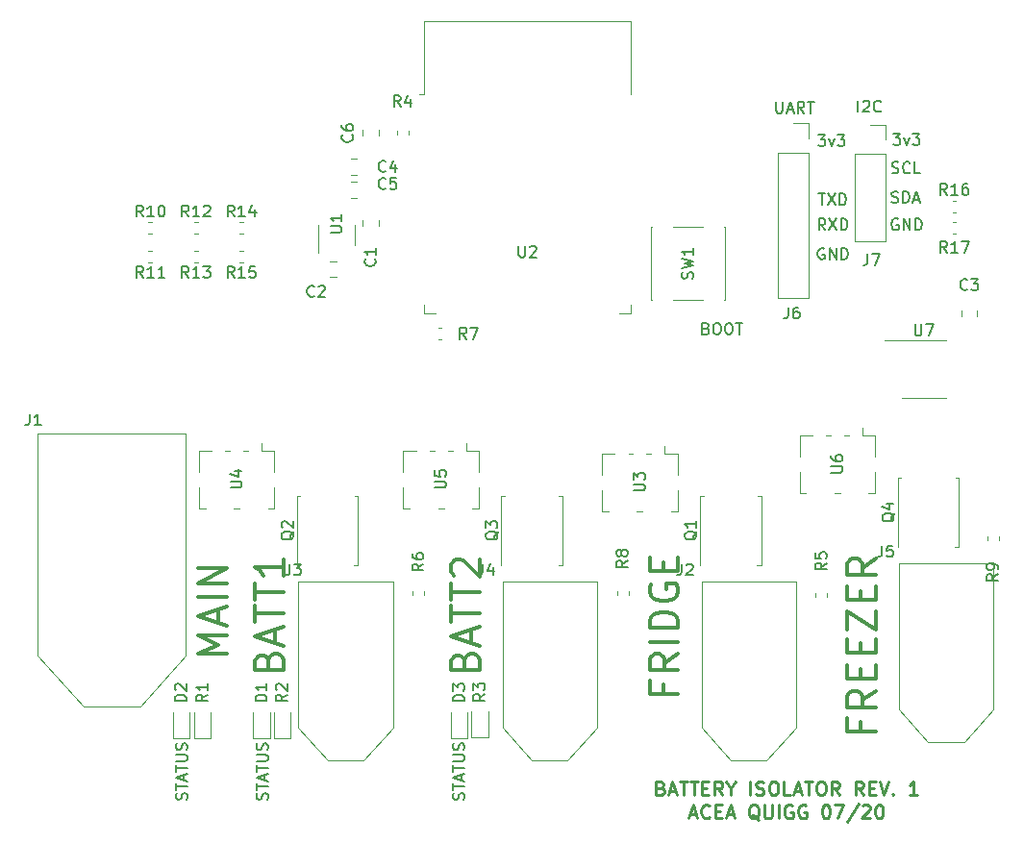
<source format=gbr>
G04 #@! TF.GenerationSoftware,KiCad,Pcbnew,(5.1.5-0-10_14)*
G04 #@! TF.CreationDate,2020-07-17T10:51:53+10:00*
G04 #@! TF.ProjectId,esp32_battery_isolator,65737033-325f-4626-9174-746572795f69,rev?*
G04 #@! TF.SameCoordinates,Original*
G04 #@! TF.FileFunction,Legend,Top*
G04 #@! TF.FilePolarity,Positive*
%FSLAX46Y46*%
G04 Gerber Fmt 4.6, Leading zero omitted, Abs format (unit mm)*
G04 Created by KiCad (PCBNEW (5.1.5-0-10_14)) date 2020-07-17 10:51:53*
%MOMM*%
%LPD*%
G04 APERTURE LIST*
%ADD10C,0.150000*%
%ADD11C,0.250000*%
%ADD12C,0.300000*%
%ADD13C,0.120000*%
G04 APERTURE END LIST*
D10*
X162342857Y-95728571D02*
X162485714Y-95776190D01*
X162533333Y-95823809D01*
X162580952Y-95919047D01*
X162580952Y-96061904D01*
X162533333Y-96157142D01*
X162485714Y-96204761D01*
X162390476Y-96252380D01*
X162009523Y-96252380D01*
X162009523Y-95252380D01*
X162342857Y-95252380D01*
X162438095Y-95300000D01*
X162485714Y-95347619D01*
X162533333Y-95442857D01*
X162533333Y-95538095D01*
X162485714Y-95633333D01*
X162438095Y-95680952D01*
X162342857Y-95728571D01*
X162009523Y-95728571D01*
X163200000Y-95252380D02*
X163390476Y-95252380D01*
X163485714Y-95300000D01*
X163580952Y-95395238D01*
X163628571Y-95585714D01*
X163628571Y-95919047D01*
X163580952Y-96109523D01*
X163485714Y-96204761D01*
X163390476Y-96252380D01*
X163200000Y-96252380D01*
X163104761Y-96204761D01*
X163009523Y-96109523D01*
X162961904Y-95919047D01*
X162961904Y-95585714D01*
X163009523Y-95395238D01*
X163104761Y-95300000D01*
X163200000Y-95252380D01*
X164247619Y-95252380D02*
X164438095Y-95252380D01*
X164533333Y-95300000D01*
X164628571Y-95395238D01*
X164676190Y-95585714D01*
X164676190Y-95919047D01*
X164628571Y-96109523D01*
X164533333Y-96204761D01*
X164438095Y-96252380D01*
X164247619Y-96252380D01*
X164152380Y-96204761D01*
X164057142Y-96109523D01*
X164009523Y-95919047D01*
X164009523Y-95585714D01*
X164057142Y-95395238D01*
X164152380Y-95300000D01*
X164247619Y-95252380D01*
X164961904Y-95252380D02*
X165533333Y-95252380D01*
X165247619Y-96252380D02*
X165247619Y-95252380D01*
X141004761Y-137226190D02*
X141052380Y-137083333D01*
X141052380Y-136845238D01*
X141004761Y-136750000D01*
X140957142Y-136702380D01*
X140861904Y-136654761D01*
X140766666Y-136654761D01*
X140671428Y-136702380D01*
X140623809Y-136750000D01*
X140576190Y-136845238D01*
X140528571Y-137035714D01*
X140480952Y-137130952D01*
X140433333Y-137178571D01*
X140338095Y-137226190D01*
X140242857Y-137226190D01*
X140147619Y-137178571D01*
X140100000Y-137130952D01*
X140052380Y-137035714D01*
X140052380Y-136797619D01*
X140100000Y-136654761D01*
X140052380Y-136369047D02*
X140052380Y-135797619D01*
X141052380Y-136083333D02*
X140052380Y-136083333D01*
X140766666Y-135511904D02*
X140766666Y-135035714D01*
X141052380Y-135607142D02*
X140052380Y-135273809D01*
X141052380Y-134940476D01*
X140052380Y-134750000D02*
X140052380Y-134178571D01*
X141052380Y-134464285D02*
X140052380Y-134464285D01*
X140052380Y-133845238D02*
X140861904Y-133845238D01*
X140957142Y-133797619D01*
X141004761Y-133750000D01*
X141052380Y-133654761D01*
X141052380Y-133464285D01*
X141004761Y-133369047D01*
X140957142Y-133321428D01*
X140861904Y-133273809D01*
X140052380Y-133273809D01*
X141004761Y-132845238D02*
X141052380Y-132702380D01*
X141052380Y-132464285D01*
X141004761Y-132369047D01*
X140957142Y-132321428D01*
X140861904Y-132273809D01*
X140766666Y-132273809D01*
X140671428Y-132321428D01*
X140623809Y-132369047D01*
X140576190Y-132464285D01*
X140528571Y-132654761D01*
X140480952Y-132750000D01*
X140433333Y-132797619D01*
X140338095Y-132845238D01*
X140242857Y-132845238D01*
X140147619Y-132797619D01*
X140100000Y-132750000D01*
X140052380Y-132654761D01*
X140052380Y-132416666D01*
X140100000Y-132273809D01*
X123704761Y-137226190D02*
X123752380Y-137083333D01*
X123752380Y-136845238D01*
X123704761Y-136750000D01*
X123657142Y-136702380D01*
X123561904Y-136654761D01*
X123466666Y-136654761D01*
X123371428Y-136702380D01*
X123323809Y-136750000D01*
X123276190Y-136845238D01*
X123228571Y-137035714D01*
X123180952Y-137130952D01*
X123133333Y-137178571D01*
X123038095Y-137226190D01*
X122942857Y-137226190D01*
X122847619Y-137178571D01*
X122800000Y-137130952D01*
X122752380Y-137035714D01*
X122752380Y-136797619D01*
X122800000Y-136654761D01*
X122752380Y-136369047D02*
X122752380Y-135797619D01*
X123752380Y-136083333D02*
X122752380Y-136083333D01*
X123466666Y-135511904D02*
X123466666Y-135035714D01*
X123752380Y-135607142D02*
X122752380Y-135273809D01*
X123752380Y-134940476D01*
X122752380Y-134750000D02*
X122752380Y-134178571D01*
X123752380Y-134464285D02*
X122752380Y-134464285D01*
X122752380Y-133845238D02*
X123561904Y-133845238D01*
X123657142Y-133797619D01*
X123704761Y-133750000D01*
X123752380Y-133654761D01*
X123752380Y-133464285D01*
X123704761Y-133369047D01*
X123657142Y-133321428D01*
X123561904Y-133273809D01*
X122752380Y-133273809D01*
X123704761Y-132845238D02*
X123752380Y-132702380D01*
X123752380Y-132464285D01*
X123704761Y-132369047D01*
X123657142Y-132321428D01*
X123561904Y-132273809D01*
X123466666Y-132273809D01*
X123371428Y-132321428D01*
X123323809Y-132369047D01*
X123276190Y-132464285D01*
X123228571Y-132654761D01*
X123180952Y-132750000D01*
X123133333Y-132797619D01*
X123038095Y-132845238D01*
X122942857Y-132845238D01*
X122847619Y-132797619D01*
X122800000Y-132750000D01*
X122752380Y-132654761D01*
X122752380Y-132416666D01*
X122800000Y-132273809D01*
X116604761Y-137226190D02*
X116652380Y-137083333D01*
X116652380Y-136845238D01*
X116604761Y-136750000D01*
X116557142Y-136702380D01*
X116461904Y-136654761D01*
X116366666Y-136654761D01*
X116271428Y-136702380D01*
X116223809Y-136750000D01*
X116176190Y-136845238D01*
X116128571Y-137035714D01*
X116080952Y-137130952D01*
X116033333Y-137178571D01*
X115938095Y-137226190D01*
X115842857Y-137226190D01*
X115747619Y-137178571D01*
X115700000Y-137130952D01*
X115652380Y-137035714D01*
X115652380Y-136797619D01*
X115700000Y-136654761D01*
X115652380Y-136369047D02*
X115652380Y-135797619D01*
X116652380Y-136083333D02*
X115652380Y-136083333D01*
X116366666Y-135511904D02*
X116366666Y-135035714D01*
X116652380Y-135607142D02*
X115652380Y-135273809D01*
X116652380Y-134940476D01*
X115652380Y-134750000D02*
X115652380Y-134178571D01*
X116652380Y-134464285D02*
X115652380Y-134464285D01*
X115652380Y-133845238D02*
X116461904Y-133845238D01*
X116557142Y-133797619D01*
X116604761Y-133750000D01*
X116652380Y-133654761D01*
X116652380Y-133464285D01*
X116604761Y-133369047D01*
X116557142Y-133321428D01*
X116461904Y-133273809D01*
X115652380Y-133273809D01*
X116604761Y-132845238D02*
X116652380Y-132702380D01*
X116652380Y-132464285D01*
X116604761Y-132369047D01*
X116557142Y-132321428D01*
X116461904Y-132273809D01*
X116366666Y-132273809D01*
X116271428Y-132321428D01*
X116223809Y-132369047D01*
X116176190Y-132464285D01*
X116128571Y-132654761D01*
X116080952Y-132750000D01*
X116033333Y-132797619D01*
X115938095Y-132845238D01*
X115842857Y-132845238D01*
X115747619Y-132797619D01*
X115700000Y-132750000D01*
X115652380Y-132654761D01*
X115652380Y-132416666D01*
X115700000Y-132273809D01*
X179238095Y-86100000D02*
X179142857Y-86052380D01*
X179000000Y-86052380D01*
X178857142Y-86100000D01*
X178761904Y-86195238D01*
X178714285Y-86290476D01*
X178666666Y-86480952D01*
X178666666Y-86623809D01*
X178714285Y-86814285D01*
X178761904Y-86909523D01*
X178857142Y-87004761D01*
X179000000Y-87052380D01*
X179095238Y-87052380D01*
X179238095Y-87004761D01*
X179285714Y-86957142D01*
X179285714Y-86623809D01*
X179095238Y-86623809D01*
X179714285Y-87052380D02*
X179714285Y-86052380D01*
X180285714Y-87052380D01*
X180285714Y-86052380D01*
X180761904Y-87052380D02*
X180761904Y-86052380D01*
X181000000Y-86052380D01*
X181142857Y-86100000D01*
X181238095Y-86195238D01*
X181285714Y-86290476D01*
X181333333Y-86480952D01*
X181333333Y-86623809D01*
X181285714Y-86814285D01*
X181238095Y-86909523D01*
X181142857Y-87004761D01*
X181000000Y-87052380D01*
X180761904Y-87052380D01*
X178685714Y-84604761D02*
X178828571Y-84652380D01*
X179066666Y-84652380D01*
X179161904Y-84604761D01*
X179209523Y-84557142D01*
X179257142Y-84461904D01*
X179257142Y-84366666D01*
X179209523Y-84271428D01*
X179161904Y-84223809D01*
X179066666Y-84176190D01*
X178876190Y-84128571D01*
X178780952Y-84080952D01*
X178733333Y-84033333D01*
X178685714Y-83938095D01*
X178685714Y-83842857D01*
X178733333Y-83747619D01*
X178780952Y-83700000D01*
X178876190Y-83652380D01*
X179114285Y-83652380D01*
X179257142Y-83700000D01*
X179685714Y-84652380D02*
X179685714Y-83652380D01*
X179923809Y-83652380D01*
X180066666Y-83700000D01*
X180161904Y-83795238D01*
X180209523Y-83890476D01*
X180257142Y-84080952D01*
X180257142Y-84223809D01*
X180209523Y-84414285D01*
X180161904Y-84509523D01*
X180066666Y-84604761D01*
X179923809Y-84652380D01*
X179685714Y-84652380D01*
X180638095Y-84366666D02*
X181114285Y-84366666D01*
X180542857Y-84652380D02*
X180876190Y-83652380D01*
X181209523Y-84652380D01*
X178709523Y-82004761D02*
X178852380Y-82052380D01*
X179090476Y-82052380D01*
X179185714Y-82004761D01*
X179233333Y-81957142D01*
X179280952Y-81861904D01*
X179280952Y-81766666D01*
X179233333Y-81671428D01*
X179185714Y-81623809D01*
X179090476Y-81576190D01*
X178900000Y-81528571D01*
X178804761Y-81480952D01*
X178757142Y-81433333D01*
X178709523Y-81338095D01*
X178709523Y-81242857D01*
X178757142Y-81147619D01*
X178804761Y-81100000D01*
X178900000Y-81052380D01*
X179138095Y-81052380D01*
X179280952Y-81100000D01*
X180280952Y-81957142D02*
X180233333Y-82004761D01*
X180090476Y-82052380D01*
X179995238Y-82052380D01*
X179852380Y-82004761D01*
X179757142Y-81909523D01*
X179709523Y-81814285D01*
X179661904Y-81623809D01*
X179661904Y-81480952D01*
X179709523Y-81290476D01*
X179757142Y-81195238D01*
X179852380Y-81100000D01*
X179995238Y-81052380D01*
X180090476Y-81052380D01*
X180233333Y-81100000D01*
X180280952Y-81147619D01*
X181185714Y-82052380D02*
X180709523Y-82052380D01*
X180709523Y-81052380D01*
X178809523Y-78552380D02*
X179428571Y-78552380D01*
X179095238Y-78933333D01*
X179238095Y-78933333D01*
X179333333Y-78980952D01*
X179380952Y-79028571D01*
X179428571Y-79123809D01*
X179428571Y-79361904D01*
X179380952Y-79457142D01*
X179333333Y-79504761D01*
X179238095Y-79552380D01*
X178952380Y-79552380D01*
X178857142Y-79504761D01*
X178809523Y-79457142D01*
X179761904Y-78885714D02*
X180000000Y-79552380D01*
X180238095Y-78885714D01*
X180523809Y-78552380D02*
X181142857Y-78552380D01*
X180809523Y-78933333D01*
X180952380Y-78933333D01*
X181047619Y-78980952D01*
X181095238Y-79028571D01*
X181142857Y-79123809D01*
X181142857Y-79361904D01*
X181095238Y-79457142D01*
X181047619Y-79504761D01*
X180952380Y-79552380D01*
X180666666Y-79552380D01*
X180571428Y-79504761D01*
X180523809Y-79457142D01*
X172209523Y-78652380D02*
X172828571Y-78652380D01*
X172495238Y-79033333D01*
X172638095Y-79033333D01*
X172733333Y-79080952D01*
X172780952Y-79128571D01*
X172828571Y-79223809D01*
X172828571Y-79461904D01*
X172780952Y-79557142D01*
X172733333Y-79604761D01*
X172638095Y-79652380D01*
X172352380Y-79652380D01*
X172257142Y-79604761D01*
X172209523Y-79557142D01*
X173161904Y-78985714D02*
X173400000Y-79652380D01*
X173638095Y-78985714D01*
X173923809Y-78652380D02*
X174542857Y-78652380D01*
X174209523Y-79033333D01*
X174352380Y-79033333D01*
X174447619Y-79080952D01*
X174495238Y-79128571D01*
X174542857Y-79223809D01*
X174542857Y-79461904D01*
X174495238Y-79557142D01*
X174447619Y-79604761D01*
X174352380Y-79652380D01*
X174066666Y-79652380D01*
X173971428Y-79604761D01*
X173923809Y-79557142D01*
X172238095Y-83852380D02*
X172809523Y-83852380D01*
X172523809Y-84852380D02*
X172523809Y-83852380D01*
X173047619Y-83852380D02*
X173714285Y-84852380D01*
X173714285Y-83852380D02*
X173047619Y-84852380D01*
X174095238Y-84852380D02*
X174095238Y-83852380D01*
X174333333Y-83852380D01*
X174476190Y-83900000D01*
X174571428Y-83995238D01*
X174619047Y-84090476D01*
X174666666Y-84280952D01*
X174666666Y-84423809D01*
X174619047Y-84614285D01*
X174571428Y-84709523D01*
X174476190Y-84804761D01*
X174333333Y-84852380D01*
X174095238Y-84852380D01*
X172833333Y-87052380D02*
X172500000Y-86576190D01*
X172261904Y-87052380D02*
X172261904Y-86052380D01*
X172642857Y-86052380D01*
X172738095Y-86100000D01*
X172785714Y-86147619D01*
X172833333Y-86242857D01*
X172833333Y-86385714D01*
X172785714Y-86480952D01*
X172738095Y-86528571D01*
X172642857Y-86576190D01*
X172261904Y-86576190D01*
X173166666Y-86052380D02*
X173833333Y-87052380D01*
X173833333Y-86052380D02*
X173166666Y-87052380D01*
X174214285Y-87052380D02*
X174214285Y-86052380D01*
X174452380Y-86052380D01*
X174595238Y-86100000D01*
X174690476Y-86195238D01*
X174738095Y-86290476D01*
X174785714Y-86480952D01*
X174785714Y-86623809D01*
X174738095Y-86814285D01*
X174690476Y-86909523D01*
X174595238Y-87004761D01*
X174452380Y-87052380D01*
X174214285Y-87052380D01*
X172738095Y-88700000D02*
X172642857Y-88652380D01*
X172500000Y-88652380D01*
X172357142Y-88700000D01*
X172261904Y-88795238D01*
X172214285Y-88890476D01*
X172166666Y-89080952D01*
X172166666Y-89223809D01*
X172214285Y-89414285D01*
X172261904Y-89509523D01*
X172357142Y-89604761D01*
X172500000Y-89652380D01*
X172595238Y-89652380D01*
X172738095Y-89604761D01*
X172785714Y-89557142D01*
X172785714Y-89223809D01*
X172595238Y-89223809D01*
X173214285Y-89652380D02*
X173214285Y-88652380D01*
X173785714Y-89652380D01*
X173785714Y-88652380D01*
X174261904Y-89652380D02*
X174261904Y-88652380D01*
X174500000Y-88652380D01*
X174642857Y-88700000D01*
X174738095Y-88795238D01*
X174785714Y-88890476D01*
X174833333Y-89080952D01*
X174833333Y-89223809D01*
X174785714Y-89414285D01*
X174738095Y-89509523D01*
X174642857Y-89604761D01*
X174500000Y-89652380D01*
X174261904Y-89652380D01*
X168504761Y-75752380D02*
X168504761Y-76561904D01*
X168552380Y-76657142D01*
X168600000Y-76704761D01*
X168695238Y-76752380D01*
X168885714Y-76752380D01*
X168980952Y-76704761D01*
X169028571Y-76657142D01*
X169076190Y-76561904D01*
X169076190Y-75752380D01*
X169504761Y-76466666D02*
X169980952Y-76466666D01*
X169409523Y-76752380D02*
X169742857Y-75752380D01*
X170076190Y-76752380D01*
X170980952Y-76752380D02*
X170647619Y-76276190D01*
X170409523Y-76752380D02*
X170409523Y-75752380D01*
X170790476Y-75752380D01*
X170885714Y-75800000D01*
X170933333Y-75847619D01*
X170980952Y-75942857D01*
X170980952Y-76085714D01*
X170933333Y-76180952D01*
X170885714Y-76228571D01*
X170790476Y-76276190D01*
X170409523Y-76276190D01*
X171266666Y-75752380D02*
X171838095Y-75752380D01*
X171552380Y-76752380D02*
X171552380Y-75752380D01*
X175723809Y-76652380D02*
X175723809Y-75652380D01*
X176152380Y-75747619D02*
X176200000Y-75700000D01*
X176295238Y-75652380D01*
X176533333Y-75652380D01*
X176628571Y-75700000D01*
X176676190Y-75747619D01*
X176723809Y-75842857D01*
X176723809Y-75938095D01*
X176676190Y-76080952D01*
X176104761Y-76652380D01*
X176723809Y-76652380D01*
X177723809Y-76557142D02*
X177676190Y-76604761D01*
X177533333Y-76652380D01*
X177438095Y-76652380D01*
X177295238Y-76604761D01*
X177200000Y-76509523D01*
X177152380Y-76414285D01*
X177104761Y-76223809D01*
X177104761Y-76080952D01*
X177152380Y-75890476D01*
X177200000Y-75795238D01*
X177295238Y-75700000D01*
X177438095Y-75652380D01*
X177533333Y-75652380D01*
X177676190Y-75700000D01*
X177723809Y-75747619D01*
D11*
X158342857Y-136189285D02*
X158514285Y-136246428D01*
X158571428Y-136303571D01*
X158628571Y-136417857D01*
X158628571Y-136589285D01*
X158571428Y-136703571D01*
X158514285Y-136760714D01*
X158400000Y-136817857D01*
X157942857Y-136817857D01*
X157942857Y-135617857D01*
X158342857Y-135617857D01*
X158457142Y-135675000D01*
X158514285Y-135732142D01*
X158571428Y-135846428D01*
X158571428Y-135960714D01*
X158514285Y-136075000D01*
X158457142Y-136132142D01*
X158342857Y-136189285D01*
X157942857Y-136189285D01*
X159085714Y-136475000D02*
X159657142Y-136475000D01*
X158971428Y-136817857D02*
X159371428Y-135617857D01*
X159771428Y-136817857D01*
X160000000Y-135617857D02*
X160685714Y-135617857D01*
X160342857Y-136817857D02*
X160342857Y-135617857D01*
X160914285Y-135617857D02*
X161600000Y-135617857D01*
X161257142Y-136817857D02*
X161257142Y-135617857D01*
X162000000Y-136189285D02*
X162400000Y-136189285D01*
X162571428Y-136817857D02*
X162000000Y-136817857D01*
X162000000Y-135617857D01*
X162571428Y-135617857D01*
X163771428Y-136817857D02*
X163371428Y-136246428D01*
X163085714Y-136817857D02*
X163085714Y-135617857D01*
X163542857Y-135617857D01*
X163657142Y-135675000D01*
X163714285Y-135732142D01*
X163771428Y-135846428D01*
X163771428Y-136017857D01*
X163714285Y-136132142D01*
X163657142Y-136189285D01*
X163542857Y-136246428D01*
X163085714Y-136246428D01*
X164514285Y-136246428D02*
X164514285Y-136817857D01*
X164114285Y-135617857D02*
X164514285Y-136246428D01*
X164914285Y-135617857D01*
X166228571Y-136817857D02*
X166228571Y-135617857D01*
X166742857Y-136760714D02*
X166914285Y-136817857D01*
X167200000Y-136817857D01*
X167314285Y-136760714D01*
X167371428Y-136703571D01*
X167428571Y-136589285D01*
X167428571Y-136475000D01*
X167371428Y-136360714D01*
X167314285Y-136303571D01*
X167200000Y-136246428D01*
X166971428Y-136189285D01*
X166857142Y-136132142D01*
X166800000Y-136075000D01*
X166742857Y-135960714D01*
X166742857Y-135846428D01*
X166800000Y-135732142D01*
X166857142Y-135675000D01*
X166971428Y-135617857D01*
X167257142Y-135617857D01*
X167428571Y-135675000D01*
X168171428Y-135617857D02*
X168400000Y-135617857D01*
X168514285Y-135675000D01*
X168628571Y-135789285D01*
X168685714Y-136017857D01*
X168685714Y-136417857D01*
X168628571Y-136646428D01*
X168514285Y-136760714D01*
X168400000Y-136817857D01*
X168171428Y-136817857D01*
X168057142Y-136760714D01*
X167942857Y-136646428D01*
X167885714Y-136417857D01*
X167885714Y-136017857D01*
X167942857Y-135789285D01*
X168057142Y-135675000D01*
X168171428Y-135617857D01*
X169771428Y-136817857D02*
X169200000Y-136817857D01*
X169200000Y-135617857D01*
X170114285Y-136475000D02*
X170685714Y-136475000D01*
X170000000Y-136817857D02*
X170400000Y-135617857D01*
X170800000Y-136817857D01*
X171028571Y-135617857D02*
X171714285Y-135617857D01*
X171371428Y-136817857D02*
X171371428Y-135617857D01*
X172342857Y-135617857D02*
X172571428Y-135617857D01*
X172685714Y-135675000D01*
X172800000Y-135789285D01*
X172857142Y-136017857D01*
X172857142Y-136417857D01*
X172800000Y-136646428D01*
X172685714Y-136760714D01*
X172571428Y-136817857D01*
X172342857Y-136817857D01*
X172228571Y-136760714D01*
X172114285Y-136646428D01*
X172057142Y-136417857D01*
X172057142Y-136017857D01*
X172114285Y-135789285D01*
X172228571Y-135675000D01*
X172342857Y-135617857D01*
X174057142Y-136817857D02*
X173657142Y-136246428D01*
X173371428Y-136817857D02*
X173371428Y-135617857D01*
X173828571Y-135617857D01*
X173942857Y-135675000D01*
X174000000Y-135732142D01*
X174057142Y-135846428D01*
X174057142Y-136017857D01*
X174000000Y-136132142D01*
X173942857Y-136189285D01*
X173828571Y-136246428D01*
X173371428Y-136246428D01*
X176171428Y-136817857D02*
X175771428Y-136246428D01*
X175485714Y-136817857D02*
X175485714Y-135617857D01*
X175942857Y-135617857D01*
X176057142Y-135675000D01*
X176114285Y-135732142D01*
X176171428Y-135846428D01*
X176171428Y-136017857D01*
X176114285Y-136132142D01*
X176057142Y-136189285D01*
X175942857Y-136246428D01*
X175485714Y-136246428D01*
X176685714Y-136189285D02*
X177085714Y-136189285D01*
X177257142Y-136817857D02*
X176685714Y-136817857D01*
X176685714Y-135617857D01*
X177257142Y-135617857D01*
X177600000Y-135617857D02*
X178000000Y-136817857D01*
X178400000Y-135617857D01*
X178800000Y-136703571D02*
X178857142Y-136760714D01*
X178800000Y-136817857D01*
X178742857Y-136760714D01*
X178800000Y-136703571D01*
X178800000Y-136817857D01*
X180914285Y-136817857D02*
X180228571Y-136817857D01*
X180571428Y-136817857D02*
X180571428Y-135617857D01*
X180457142Y-135789285D01*
X180342857Y-135903571D01*
X180228571Y-135960714D01*
X160885714Y-138525000D02*
X161457142Y-138525000D01*
X160771428Y-138867857D02*
X161171428Y-137667857D01*
X161571428Y-138867857D01*
X162657142Y-138753571D02*
X162600000Y-138810714D01*
X162428571Y-138867857D01*
X162314285Y-138867857D01*
X162142857Y-138810714D01*
X162028571Y-138696428D01*
X161971428Y-138582142D01*
X161914285Y-138353571D01*
X161914285Y-138182142D01*
X161971428Y-137953571D01*
X162028571Y-137839285D01*
X162142857Y-137725000D01*
X162314285Y-137667857D01*
X162428571Y-137667857D01*
X162600000Y-137725000D01*
X162657142Y-137782142D01*
X163171428Y-138239285D02*
X163571428Y-138239285D01*
X163742857Y-138867857D02*
X163171428Y-138867857D01*
X163171428Y-137667857D01*
X163742857Y-137667857D01*
X164200000Y-138525000D02*
X164771428Y-138525000D01*
X164085714Y-138867857D02*
X164485714Y-137667857D01*
X164885714Y-138867857D01*
X167000000Y-138982142D02*
X166885714Y-138925000D01*
X166771428Y-138810714D01*
X166600000Y-138639285D01*
X166485714Y-138582142D01*
X166371428Y-138582142D01*
X166428571Y-138867857D02*
X166314285Y-138810714D01*
X166200000Y-138696428D01*
X166142857Y-138467857D01*
X166142857Y-138067857D01*
X166200000Y-137839285D01*
X166314285Y-137725000D01*
X166428571Y-137667857D01*
X166657142Y-137667857D01*
X166771428Y-137725000D01*
X166885714Y-137839285D01*
X166942857Y-138067857D01*
X166942857Y-138467857D01*
X166885714Y-138696428D01*
X166771428Y-138810714D01*
X166657142Y-138867857D01*
X166428571Y-138867857D01*
X167457142Y-137667857D02*
X167457142Y-138639285D01*
X167514285Y-138753571D01*
X167571428Y-138810714D01*
X167685714Y-138867857D01*
X167914285Y-138867857D01*
X168028571Y-138810714D01*
X168085714Y-138753571D01*
X168142857Y-138639285D01*
X168142857Y-137667857D01*
X168714285Y-138867857D02*
X168714285Y-137667857D01*
X169914285Y-137725000D02*
X169800000Y-137667857D01*
X169628571Y-137667857D01*
X169457142Y-137725000D01*
X169342857Y-137839285D01*
X169285714Y-137953571D01*
X169228571Y-138182142D01*
X169228571Y-138353571D01*
X169285714Y-138582142D01*
X169342857Y-138696428D01*
X169457142Y-138810714D01*
X169628571Y-138867857D01*
X169742857Y-138867857D01*
X169914285Y-138810714D01*
X169971428Y-138753571D01*
X169971428Y-138353571D01*
X169742857Y-138353571D01*
X171114285Y-137725000D02*
X171000000Y-137667857D01*
X170828571Y-137667857D01*
X170657142Y-137725000D01*
X170542857Y-137839285D01*
X170485714Y-137953571D01*
X170428571Y-138182142D01*
X170428571Y-138353571D01*
X170485714Y-138582142D01*
X170542857Y-138696428D01*
X170657142Y-138810714D01*
X170828571Y-138867857D01*
X170942857Y-138867857D01*
X171114285Y-138810714D01*
X171171428Y-138753571D01*
X171171428Y-138353571D01*
X170942857Y-138353571D01*
X172828571Y-137667857D02*
X172942857Y-137667857D01*
X173057142Y-137725000D01*
X173114285Y-137782142D01*
X173171428Y-137896428D01*
X173228571Y-138125000D01*
X173228571Y-138410714D01*
X173171428Y-138639285D01*
X173114285Y-138753571D01*
X173057142Y-138810714D01*
X172942857Y-138867857D01*
X172828571Y-138867857D01*
X172714285Y-138810714D01*
X172657142Y-138753571D01*
X172600000Y-138639285D01*
X172542857Y-138410714D01*
X172542857Y-138125000D01*
X172600000Y-137896428D01*
X172657142Y-137782142D01*
X172714285Y-137725000D01*
X172828571Y-137667857D01*
X173628571Y-137667857D02*
X174428571Y-137667857D01*
X173914285Y-138867857D01*
X175742857Y-137610714D02*
X174714285Y-139153571D01*
X176085714Y-137782142D02*
X176142857Y-137725000D01*
X176257142Y-137667857D01*
X176542857Y-137667857D01*
X176657142Y-137725000D01*
X176714285Y-137782142D01*
X176771428Y-137896428D01*
X176771428Y-138010714D01*
X176714285Y-138182142D01*
X176028571Y-138867857D01*
X176771428Y-138867857D01*
X177514285Y-137667857D02*
X177628571Y-137667857D01*
X177742857Y-137725000D01*
X177800000Y-137782142D01*
X177857142Y-137896428D01*
X177914285Y-138125000D01*
X177914285Y-138410714D01*
X177857142Y-138639285D01*
X177800000Y-138753571D01*
X177742857Y-138810714D01*
X177628571Y-138867857D01*
X177514285Y-138867857D01*
X177400000Y-138810714D01*
X177342857Y-138753571D01*
X177285714Y-138639285D01*
X177228571Y-138410714D01*
X177228571Y-138125000D01*
X177285714Y-137896428D01*
X177342857Y-137782142D01*
X177400000Y-137725000D01*
X177514285Y-137667857D01*
D12*
X175971428Y-130376190D02*
X175971428Y-131209523D01*
X177280952Y-131209523D02*
X174780952Y-131209523D01*
X174780952Y-130019047D01*
X177280952Y-127638095D02*
X176090476Y-128471428D01*
X177280952Y-129066666D02*
X174780952Y-129066666D01*
X174780952Y-128114285D01*
X174900000Y-127876190D01*
X175019047Y-127757142D01*
X175257142Y-127638095D01*
X175614285Y-127638095D01*
X175852380Y-127757142D01*
X175971428Y-127876190D01*
X176090476Y-128114285D01*
X176090476Y-129066666D01*
X175971428Y-126566666D02*
X175971428Y-125733333D01*
X177280952Y-125376190D02*
X177280952Y-126566666D01*
X174780952Y-126566666D01*
X174780952Y-125376190D01*
X175971428Y-124304761D02*
X175971428Y-123471428D01*
X177280952Y-123114285D02*
X177280952Y-124304761D01*
X174780952Y-124304761D01*
X174780952Y-123114285D01*
X174780952Y-122280952D02*
X174780952Y-120614285D01*
X177280952Y-122280952D01*
X177280952Y-120614285D01*
X175971428Y-119661904D02*
X175971428Y-118828571D01*
X177280952Y-118471428D02*
X177280952Y-119661904D01*
X174780952Y-119661904D01*
X174780952Y-118471428D01*
X177280952Y-115971428D02*
X176090476Y-116804761D01*
X177280952Y-117400000D02*
X174780952Y-117400000D01*
X174780952Y-116447619D01*
X174900000Y-116209523D01*
X175019047Y-116090476D01*
X175257142Y-115971428D01*
X175614285Y-115971428D01*
X175852380Y-116090476D01*
X175971428Y-116209523D01*
X176090476Y-116447619D01*
X176090476Y-117400000D01*
X158571428Y-127119047D02*
X158571428Y-127952380D01*
X159880952Y-127952380D02*
X157380952Y-127952380D01*
X157380952Y-126761904D01*
X159880952Y-124380952D02*
X158690476Y-125214285D01*
X159880952Y-125809523D02*
X157380952Y-125809523D01*
X157380952Y-124857142D01*
X157500000Y-124619047D01*
X157619047Y-124500000D01*
X157857142Y-124380952D01*
X158214285Y-124380952D01*
X158452380Y-124500000D01*
X158571428Y-124619047D01*
X158690476Y-124857142D01*
X158690476Y-125809523D01*
X159880952Y-123309523D02*
X157380952Y-123309523D01*
X159880952Y-122119047D02*
X157380952Y-122119047D01*
X157380952Y-121523809D01*
X157500000Y-121166666D01*
X157738095Y-120928571D01*
X157976190Y-120809523D01*
X158452380Y-120690476D01*
X158809523Y-120690476D01*
X159285714Y-120809523D01*
X159523809Y-120928571D01*
X159761904Y-121166666D01*
X159880952Y-121523809D01*
X159880952Y-122119047D01*
X157500000Y-118309523D02*
X157380952Y-118547619D01*
X157380952Y-118904761D01*
X157500000Y-119261904D01*
X157738095Y-119500000D01*
X157976190Y-119619047D01*
X158452380Y-119738095D01*
X158809523Y-119738095D01*
X159285714Y-119619047D01*
X159523809Y-119500000D01*
X159761904Y-119261904D01*
X159880952Y-118904761D01*
X159880952Y-118666666D01*
X159761904Y-118309523D01*
X159642857Y-118190476D01*
X158809523Y-118190476D01*
X158809523Y-118666666D01*
X158571428Y-117119047D02*
X158571428Y-116285714D01*
X159880952Y-115928571D02*
X159880952Y-117119047D01*
X157380952Y-117119047D01*
X157380952Y-115928571D01*
X141071428Y-124988095D02*
X141190476Y-124630952D01*
X141309523Y-124511904D01*
X141547619Y-124392857D01*
X141904761Y-124392857D01*
X142142857Y-124511904D01*
X142261904Y-124630952D01*
X142380952Y-124869047D01*
X142380952Y-125821428D01*
X139880952Y-125821428D01*
X139880952Y-124988095D01*
X140000000Y-124750000D01*
X140119047Y-124630952D01*
X140357142Y-124511904D01*
X140595238Y-124511904D01*
X140833333Y-124630952D01*
X140952380Y-124750000D01*
X141071428Y-124988095D01*
X141071428Y-125821428D01*
X141666666Y-123440476D02*
X141666666Y-122250000D01*
X142380952Y-123678571D02*
X139880952Y-122845238D01*
X142380952Y-122011904D01*
X139880952Y-121535714D02*
X139880952Y-120107142D01*
X142380952Y-120821428D02*
X139880952Y-120821428D01*
X139880952Y-119630952D02*
X139880952Y-118202380D01*
X142380952Y-118916666D02*
X139880952Y-118916666D01*
X140119047Y-117488095D02*
X140000000Y-117369047D01*
X139880952Y-117130952D01*
X139880952Y-116535714D01*
X140000000Y-116297619D01*
X140119047Y-116178571D01*
X140357142Y-116059523D01*
X140595238Y-116059523D01*
X140952380Y-116178571D01*
X142380952Y-117607142D01*
X142380952Y-116059523D01*
X123821428Y-124988095D02*
X123940476Y-124630952D01*
X124059523Y-124511904D01*
X124297619Y-124392857D01*
X124654761Y-124392857D01*
X124892857Y-124511904D01*
X125011904Y-124630952D01*
X125130952Y-124869047D01*
X125130952Y-125821428D01*
X122630952Y-125821428D01*
X122630952Y-124988095D01*
X122750000Y-124750000D01*
X122869047Y-124630952D01*
X123107142Y-124511904D01*
X123345238Y-124511904D01*
X123583333Y-124630952D01*
X123702380Y-124750000D01*
X123821428Y-124988095D01*
X123821428Y-125821428D01*
X124416666Y-123440476D02*
X124416666Y-122250000D01*
X125130952Y-123678571D02*
X122630952Y-122845238D01*
X125130952Y-122011904D01*
X122630952Y-121535714D02*
X122630952Y-120107142D01*
X125130952Y-120821428D02*
X122630952Y-120821428D01*
X122630952Y-119630952D02*
X122630952Y-118202380D01*
X125130952Y-118916666D02*
X122630952Y-118916666D01*
X125130952Y-116059523D02*
X125130952Y-117488095D01*
X125130952Y-116773809D02*
X122630952Y-116773809D01*
X122988095Y-117011904D01*
X123226190Y-117250000D01*
X123345238Y-117488095D01*
X120130952Y-124409523D02*
X117630952Y-124409523D01*
X119416666Y-123576190D01*
X117630952Y-122742857D01*
X120130952Y-122742857D01*
X119416666Y-121671428D02*
X119416666Y-120480952D01*
X120130952Y-121909523D02*
X117630952Y-121076190D01*
X120130952Y-120242857D01*
X120130952Y-119409523D02*
X117630952Y-119409523D01*
X120130952Y-118219047D02*
X117630952Y-118219047D01*
X120130952Y-116790476D01*
X117630952Y-116790476D01*
D13*
X103500000Y-105000000D02*
X103500000Y-124500000D01*
X107500000Y-129000000D02*
X112500000Y-129000000D01*
X116500000Y-124500000D02*
X116500000Y-105000000D01*
X116500000Y-105000000D02*
X103500000Y-105000000D01*
X103500000Y-124500000D02*
X107500000Y-129000000D01*
X112500000Y-129000000D02*
X116500000Y-124500000D01*
X144450000Y-118050000D02*
X144450000Y-130900000D01*
X147000000Y-133750000D02*
X150150000Y-133750000D01*
X152750000Y-130900000D02*
X152750000Y-118050000D01*
X152750000Y-118050000D02*
X144450000Y-118050000D01*
X144450000Y-130900000D02*
X147000000Y-133750000D01*
X150150000Y-133750000D02*
X152750000Y-130900000D01*
X167650000Y-133750000D02*
X170250000Y-130900000D01*
X161950000Y-130900000D02*
X164500000Y-133750000D01*
X170250000Y-118050000D02*
X161950000Y-118050000D01*
X170250000Y-130900000D02*
X170250000Y-118050000D01*
X164500000Y-133750000D02*
X167650000Y-133750000D01*
X161950000Y-118050000D02*
X161950000Y-130900000D01*
X132090000Y-86696078D02*
X132090000Y-86178922D01*
X133510000Y-86696078D02*
X133510000Y-86178922D01*
X129241422Y-89790000D02*
X129758578Y-89790000D01*
X129241422Y-91210000D02*
X129758578Y-91210000D01*
X131041422Y-82210000D02*
X131558578Y-82210000D01*
X131041422Y-80790000D02*
X131558578Y-80790000D01*
X131041422Y-84210000D02*
X131558578Y-84210000D01*
X131041422Y-82790000D02*
X131558578Y-82790000D01*
X132090000Y-78758578D02*
X132090000Y-78241422D01*
X133510000Y-78758578D02*
X133510000Y-78241422D01*
X115365000Y-129500000D02*
X115365000Y-131785000D01*
X115365000Y-131785000D02*
X116835000Y-131785000D01*
X116835000Y-131785000D02*
X116835000Y-129500000D01*
X123935000Y-131785000D02*
X123935000Y-129500000D01*
X122465000Y-131785000D02*
X123935000Y-131785000D01*
X122465000Y-129500000D02*
X122465000Y-131785000D01*
X139865000Y-129500000D02*
X139865000Y-131785000D01*
X139865000Y-131785000D02*
X141335000Y-131785000D01*
X141335000Y-131785000D02*
X141335000Y-129500000D01*
X132150000Y-133750000D02*
X134750000Y-130900000D01*
X126450000Y-130900000D02*
X129000000Y-133750000D01*
X134750000Y-118050000D02*
X126450000Y-118050000D01*
X134750000Y-130900000D02*
X134750000Y-118050000D01*
X129000000Y-133750000D02*
X132150000Y-133750000D01*
X126450000Y-118050000D02*
X126450000Y-130900000D01*
X179350000Y-116450000D02*
X179350000Y-129300000D01*
X181900000Y-132150000D02*
X185050000Y-132150000D01*
X187650000Y-129300000D02*
X187650000Y-116450000D01*
X187650000Y-116450000D02*
X179350000Y-116450000D01*
X179350000Y-129300000D02*
X181900000Y-132150000D01*
X185050000Y-132150000D02*
X187650000Y-129300000D01*
X168670000Y-80270000D02*
X171330000Y-80270000D01*
X168670000Y-80270000D02*
X168670000Y-93030000D01*
X168670000Y-93030000D02*
X171330000Y-93030000D01*
X171330000Y-80270000D02*
X171330000Y-93030000D01*
X171330000Y-77670000D02*
X171330000Y-79000000D01*
X170000000Y-77670000D02*
X171330000Y-77670000D01*
X167185000Y-110440000D02*
X167185000Y-116560000D01*
X161815000Y-110440000D02*
X161815000Y-116560000D01*
X166835000Y-116560000D02*
X167185000Y-116560000D01*
X166885000Y-110440000D02*
X167185000Y-110440000D01*
X162115000Y-110440000D02*
X161815000Y-110440000D01*
X131685000Y-110440000D02*
X131685000Y-116560000D01*
X126315000Y-110440000D02*
X126315000Y-116560000D01*
X131335000Y-116560000D02*
X131685000Y-116560000D01*
X131385000Y-110440000D02*
X131685000Y-110440000D01*
X126615000Y-110440000D02*
X126315000Y-110440000D01*
X144615000Y-110440000D02*
X144315000Y-110440000D01*
X149385000Y-110440000D02*
X149685000Y-110440000D01*
X149335000Y-116560000D02*
X149685000Y-116560000D01*
X144315000Y-110440000D02*
X144315000Y-116560000D01*
X149685000Y-110440000D02*
X149685000Y-116560000D01*
X179515000Y-108840000D02*
X179215000Y-108840000D01*
X184285000Y-108840000D02*
X184585000Y-108840000D01*
X184235000Y-114960000D02*
X184585000Y-114960000D01*
X179215000Y-108840000D02*
X179215000Y-114960000D01*
X184585000Y-108840000D02*
X184585000Y-114960000D01*
X118735000Y-131785000D02*
X118735000Y-129500000D01*
X117265000Y-131785000D02*
X118735000Y-131785000D01*
X117265000Y-129500000D02*
X117265000Y-131785000D01*
X125735000Y-131785000D02*
X125735000Y-129500000D01*
X124265000Y-131785000D02*
X125735000Y-131785000D01*
X124265000Y-129500000D02*
X124265000Y-131785000D01*
X141665000Y-129450000D02*
X141665000Y-131735000D01*
X141665000Y-131735000D02*
X143135000Y-131735000D01*
X143135000Y-131735000D02*
X143135000Y-129450000D01*
X136110000Y-78337221D02*
X136110000Y-78662779D01*
X135090000Y-78337221D02*
X135090000Y-78662779D01*
X173010000Y-119049721D02*
X173010000Y-119375279D01*
X171990000Y-119049721D02*
X171990000Y-119375279D01*
X136490000Y-118837221D02*
X136490000Y-119162779D01*
X137510000Y-118837221D02*
X137510000Y-119162779D01*
X139062779Y-95690000D02*
X138737221Y-95690000D01*
X139062779Y-96710000D02*
X138737221Y-96710000D01*
X154490000Y-118837221D02*
X154490000Y-119162779D01*
X155510000Y-118837221D02*
X155510000Y-119162779D01*
X187090000Y-114362779D02*
X187090000Y-114037221D01*
X188110000Y-114362779D02*
X188110000Y-114037221D01*
X157520000Y-86770000D02*
X157550000Y-86770000D01*
X163980000Y-86770000D02*
X163950000Y-86770000D01*
X163980000Y-93230000D02*
X163950000Y-93230000D01*
X157550000Y-93230000D02*
X157520000Y-93230000D01*
X159450000Y-86770000D02*
X162050000Y-86770000D01*
X157520000Y-93230000D02*
X157520000Y-86770000D01*
X159450000Y-93230000D02*
X162050000Y-93230000D01*
X163980000Y-93230000D02*
X163980000Y-86770000D01*
X131410000Y-88400000D02*
X131410000Y-86600000D01*
X128190000Y-86600000D02*
X128190000Y-89050000D01*
X137480000Y-93600000D02*
X137480000Y-94380000D01*
X137480000Y-94380000D02*
X138480000Y-94380000D01*
X155720000Y-93600000D02*
X155720000Y-94380000D01*
X155720000Y-94380000D02*
X154720000Y-94380000D01*
X137480000Y-68635000D02*
X155720000Y-68635000D01*
X155720000Y-68635000D02*
X155720000Y-75055000D01*
X137480000Y-68635000D02*
X137480000Y-75055000D01*
X137480000Y-75055000D02*
X137100000Y-75055000D01*
X157100000Y-106780000D02*
X157500000Y-106780000D01*
X155900000Y-106780000D02*
X155500000Y-106780000D01*
X158700000Y-106780000D02*
X158700000Y-106050000D01*
X156250000Y-111820000D02*
X156750000Y-111820000D01*
X153180000Y-106780000D02*
X154300000Y-106780000D01*
X153180000Y-111820000D02*
X153750000Y-111820000D01*
X159820000Y-106780000D02*
X158700000Y-106780000D01*
X159820000Y-111820000D02*
X159250000Y-111820000D01*
X159820000Y-111820000D02*
X159820000Y-109950000D01*
X159820000Y-108650000D02*
X159820000Y-106780000D01*
X153180000Y-108650000D02*
X153180000Y-106780000D01*
X153180000Y-111820000D02*
X153180000Y-109950000D01*
X121600000Y-106530000D02*
X122000000Y-106530000D01*
X120400000Y-106530000D02*
X120000000Y-106530000D01*
X123200000Y-106530000D02*
X123200000Y-105800000D01*
X120750000Y-111570000D02*
X121250000Y-111570000D01*
X117680000Y-106530000D02*
X118800000Y-106530000D01*
X117680000Y-111570000D02*
X118250000Y-111570000D01*
X124320000Y-106530000D02*
X123200000Y-106530000D01*
X124320000Y-111570000D02*
X123750000Y-111570000D01*
X124320000Y-111570000D02*
X124320000Y-109700000D01*
X124320000Y-108400000D02*
X124320000Y-106530000D01*
X117680000Y-108400000D02*
X117680000Y-106530000D01*
X117680000Y-111570000D02*
X117680000Y-109700000D01*
X135680000Y-111570000D02*
X135680000Y-109700000D01*
X135680000Y-108400000D02*
X135680000Y-106530000D01*
X142320000Y-108400000D02*
X142320000Y-106530000D01*
X142320000Y-111570000D02*
X142320000Y-109700000D01*
X142320000Y-111570000D02*
X141750000Y-111570000D01*
X142320000Y-106530000D02*
X141200000Y-106530000D01*
X135680000Y-111570000D02*
X136250000Y-111570000D01*
X135680000Y-106530000D02*
X136800000Y-106530000D01*
X138750000Y-111570000D02*
X139250000Y-111570000D01*
X141200000Y-106530000D02*
X141200000Y-105800000D01*
X138400000Y-106530000D02*
X138000000Y-106530000D01*
X139600000Y-106530000D02*
X140000000Y-106530000D01*
X170580000Y-110220000D02*
X170580000Y-108350000D01*
X170580000Y-107050000D02*
X170580000Y-105180000D01*
X177220000Y-107050000D02*
X177220000Y-105180000D01*
X177220000Y-110220000D02*
X177220000Y-108350000D01*
X177220000Y-110220000D02*
X176650000Y-110220000D01*
X177220000Y-105180000D02*
X176100000Y-105180000D01*
X170580000Y-110220000D02*
X171150000Y-110220000D01*
X170580000Y-105180000D02*
X171700000Y-105180000D01*
X173650000Y-110220000D02*
X174150000Y-110220000D01*
X176100000Y-105180000D02*
X176100000Y-104450000D01*
X173300000Y-105180000D02*
X172900000Y-105180000D01*
X174500000Y-105180000D02*
X174900000Y-105180000D01*
X113242222Y-87365001D02*
X113567780Y-87365001D01*
X113242222Y-86345001D02*
X113567780Y-86345001D01*
X113567780Y-89875001D02*
X113242222Y-89875001D01*
X113567780Y-88855001D02*
X113242222Y-88855001D01*
X117252222Y-87365001D02*
X117577780Y-87365001D01*
X117252222Y-86345001D02*
X117577780Y-86345001D01*
X117577780Y-89875001D02*
X117252222Y-89875001D01*
X117577780Y-88855001D02*
X117252222Y-88855001D01*
X121262222Y-87365001D02*
X121587780Y-87365001D01*
X121262222Y-86345001D02*
X121587780Y-86345001D01*
X121587780Y-89875001D02*
X121262222Y-89875001D01*
X121587780Y-88855001D02*
X121262222Y-88855001D01*
X175470000Y-80370000D02*
X178130000Y-80370000D01*
X175470000Y-80370000D02*
X175470000Y-88050000D01*
X175470000Y-88050000D02*
X178130000Y-88050000D01*
X178130000Y-80370000D02*
X178130000Y-88050000D01*
X178130000Y-77770000D02*
X178130000Y-79100000D01*
X176800000Y-77770000D02*
X178130000Y-77770000D01*
X184362779Y-84490000D02*
X184037221Y-84490000D01*
X184362779Y-85510000D02*
X184037221Y-85510000D01*
X184362779Y-87410000D02*
X184037221Y-87410000D01*
X184362779Y-86390000D02*
X184037221Y-86390000D01*
X186210000Y-94141422D02*
X186210000Y-94658578D01*
X184790000Y-94141422D02*
X184790000Y-94658578D01*
X181500000Y-101860000D02*
X183450000Y-101860000D01*
X181500000Y-101860000D02*
X179550000Y-101860000D01*
X181500000Y-96740000D02*
X183450000Y-96740000D01*
X181500000Y-96740000D02*
X178050000Y-96740000D01*
D10*
X102766666Y-103252380D02*
X102766666Y-103966666D01*
X102719047Y-104109523D01*
X102623809Y-104204761D01*
X102480952Y-104252380D01*
X102385714Y-104252380D01*
X103766666Y-104252380D02*
X103195238Y-104252380D01*
X103480952Y-104252380D02*
X103480952Y-103252380D01*
X103385714Y-103395238D01*
X103290476Y-103490476D01*
X103195238Y-103538095D01*
X142666666Y-116452380D02*
X142666666Y-117166666D01*
X142619047Y-117309523D01*
X142523809Y-117404761D01*
X142380952Y-117452380D01*
X142285714Y-117452380D01*
X143571428Y-116785714D02*
X143571428Y-117452380D01*
X143333333Y-116404761D02*
X143095238Y-117119047D01*
X143714285Y-117119047D01*
X160166666Y-116452380D02*
X160166666Y-117166666D01*
X160119047Y-117309523D01*
X160023809Y-117404761D01*
X159880952Y-117452380D01*
X159785714Y-117452380D01*
X160595238Y-116547619D02*
X160642857Y-116500000D01*
X160738095Y-116452380D01*
X160976190Y-116452380D01*
X161071428Y-116500000D01*
X161119047Y-116547619D01*
X161166666Y-116642857D01*
X161166666Y-116738095D01*
X161119047Y-116880952D01*
X160547619Y-117452380D01*
X161166666Y-117452380D01*
X133157142Y-89604166D02*
X133204761Y-89651785D01*
X133252380Y-89794642D01*
X133252380Y-89889880D01*
X133204761Y-90032738D01*
X133109523Y-90127976D01*
X133014285Y-90175595D01*
X132823809Y-90223214D01*
X132680952Y-90223214D01*
X132490476Y-90175595D01*
X132395238Y-90127976D01*
X132300000Y-90032738D01*
X132252380Y-89889880D01*
X132252380Y-89794642D01*
X132300000Y-89651785D01*
X132347619Y-89604166D01*
X133252380Y-88651785D02*
X133252380Y-89223214D01*
X133252380Y-88937500D02*
X132252380Y-88937500D01*
X132395238Y-89032738D01*
X132490476Y-89127976D01*
X132538095Y-89223214D01*
X127833333Y-92857142D02*
X127785714Y-92904761D01*
X127642857Y-92952380D01*
X127547619Y-92952380D01*
X127404761Y-92904761D01*
X127309523Y-92809523D01*
X127261904Y-92714285D01*
X127214285Y-92523809D01*
X127214285Y-92380952D01*
X127261904Y-92190476D01*
X127309523Y-92095238D01*
X127404761Y-92000000D01*
X127547619Y-91952380D01*
X127642857Y-91952380D01*
X127785714Y-92000000D01*
X127833333Y-92047619D01*
X128214285Y-92047619D02*
X128261904Y-92000000D01*
X128357142Y-91952380D01*
X128595238Y-91952380D01*
X128690476Y-92000000D01*
X128738095Y-92047619D01*
X128785714Y-92142857D01*
X128785714Y-92238095D01*
X128738095Y-92380952D01*
X128166666Y-92952380D01*
X128785714Y-92952380D01*
X134133333Y-81857142D02*
X134085714Y-81904761D01*
X133942857Y-81952380D01*
X133847619Y-81952380D01*
X133704761Y-81904761D01*
X133609523Y-81809523D01*
X133561904Y-81714285D01*
X133514285Y-81523809D01*
X133514285Y-81380952D01*
X133561904Y-81190476D01*
X133609523Y-81095238D01*
X133704761Y-81000000D01*
X133847619Y-80952380D01*
X133942857Y-80952380D01*
X134085714Y-81000000D01*
X134133333Y-81047619D01*
X134990476Y-81285714D02*
X134990476Y-81952380D01*
X134752380Y-80904761D02*
X134514285Y-81619047D01*
X135133333Y-81619047D01*
X134133333Y-83357142D02*
X134085714Y-83404761D01*
X133942857Y-83452380D01*
X133847619Y-83452380D01*
X133704761Y-83404761D01*
X133609523Y-83309523D01*
X133561904Y-83214285D01*
X133514285Y-83023809D01*
X133514285Y-82880952D01*
X133561904Y-82690476D01*
X133609523Y-82595238D01*
X133704761Y-82500000D01*
X133847619Y-82452380D01*
X133942857Y-82452380D01*
X134085714Y-82500000D01*
X134133333Y-82547619D01*
X135038095Y-82452380D02*
X134561904Y-82452380D01*
X134514285Y-82928571D01*
X134561904Y-82880952D01*
X134657142Y-82833333D01*
X134895238Y-82833333D01*
X134990476Y-82880952D01*
X135038095Y-82928571D01*
X135085714Y-83023809D01*
X135085714Y-83261904D01*
X135038095Y-83357142D01*
X134990476Y-83404761D01*
X134895238Y-83452380D01*
X134657142Y-83452380D01*
X134561904Y-83404761D01*
X134514285Y-83357142D01*
X131157142Y-78666666D02*
X131204761Y-78714285D01*
X131252380Y-78857142D01*
X131252380Y-78952380D01*
X131204761Y-79095238D01*
X131109523Y-79190476D01*
X131014285Y-79238095D01*
X130823809Y-79285714D01*
X130680952Y-79285714D01*
X130490476Y-79238095D01*
X130395238Y-79190476D01*
X130300000Y-79095238D01*
X130252380Y-78952380D01*
X130252380Y-78857142D01*
X130300000Y-78714285D01*
X130347619Y-78666666D01*
X130252380Y-77809523D02*
X130252380Y-78000000D01*
X130300000Y-78095238D01*
X130347619Y-78142857D01*
X130490476Y-78238095D01*
X130680952Y-78285714D01*
X131061904Y-78285714D01*
X131157142Y-78238095D01*
X131204761Y-78190476D01*
X131252380Y-78095238D01*
X131252380Y-77904761D01*
X131204761Y-77809523D01*
X131157142Y-77761904D01*
X131061904Y-77714285D01*
X130823809Y-77714285D01*
X130728571Y-77761904D01*
X130680952Y-77809523D01*
X130633333Y-77904761D01*
X130633333Y-78095238D01*
X130680952Y-78190476D01*
X130728571Y-78238095D01*
X130823809Y-78285714D01*
X116552380Y-128538095D02*
X115552380Y-128538095D01*
X115552380Y-128300000D01*
X115600000Y-128157142D01*
X115695238Y-128061904D01*
X115790476Y-128014285D01*
X115980952Y-127966666D01*
X116123809Y-127966666D01*
X116314285Y-128014285D01*
X116409523Y-128061904D01*
X116504761Y-128157142D01*
X116552380Y-128300000D01*
X116552380Y-128538095D01*
X115647619Y-127585714D02*
X115600000Y-127538095D01*
X115552380Y-127442857D01*
X115552380Y-127204761D01*
X115600000Y-127109523D01*
X115647619Y-127061904D01*
X115742857Y-127014285D01*
X115838095Y-127014285D01*
X115980952Y-127061904D01*
X116552380Y-127633333D01*
X116552380Y-127014285D01*
X123652380Y-128538095D02*
X122652380Y-128538095D01*
X122652380Y-128300000D01*
X122700000Y-128157142D01*
X122795238Y-128061904D01*
X122890476Y-128014285D01*
X123080952Y-127966666D01*
X123223809Y-127966666D01*
X123414285Y-128014285D01*
X123509523Y-128061904D01*
X123604761Y-128157142D01*
X123652380Y-128300000D01*
X123652380Y-128538095D01*
X123652380Y-127014285D02*
X123652380Y-127585714D01*
X123652380Y-127300000D02*
X122652380Y-127300000D01*
X122795238Y-127395238D01*
X122890476Y-127490476D01*
X122938095Y-127585714D01*
X141052380Y-128538095D02*
X140052380Y-128538095D01*
X140052380Y-128300000D01*
X140100000Y-128157142D01*
X140195238Y-128061904D01*
X140290476Y-128014285D01*
X140480952Y-127966666D01*
X140623809Y-127966666D01*
X140814285Y-128014285D01*
X140909523Y-128061904D01*
X141004761Y-128157142D01*
X141052380Y-128300000D01*
X141052380Y-128538095D01*
X140052380Y-127633333D02*
X140052380Y-127014285D01*
X140433333Y-127347619D01*
X140433333Y-127204761D01*
X140480952Y-127109523D01*
X140528571Y-127061904D01*
X140623809Y-127014285D01*
X140861904Y-127014285D01*
X140957142Y-127061904D01*
X141004761Y-127109523D01*
X141052380Y-127204761D01*
X141052380Y-127490476D01*
X141004761Y-127585714D01*
X140957142Y-127633333D01*
X125666666Y-116452380D02*
X125666666Y-117166666D01*
X125619047Y-117309523D01*
X125523809Y-117404761D01*
X125380952Y-117452380D01*
X125285714Y-117452380D01*
X126047619Y-116452380D02*
X126666666Y-116452380D01*
X126333333Y-116833333D01*
X126476190Y-116833333D01*
X126571428Y-116880952D01*
X126619047Y-116928571D01*
X126666666Y-117023809D01*
X126666666Y-117261904D01*
X126619047Y-117357142D01*
X126571428Y-117404761D01*
X126476190Y-117452380D01*
X126190476Y-117452380D01*
X126095238Y-117404761D01*
X126047619Y-117357142D01*
X177816666Y-114852380D02*
X177816666Y-115566666D01*
X177769047Y-115709523D01*
X177673809Y-115804761D01*
X177530952Y-115852380D01*
X177435714Y-115852380D01*
X178769047Y-114852380D02*
X178292857Y-114852380D01*
X178245238Y-115328571D01*
X178292857Y-115280952D01*
X178388095Y-115233333D01*
X178626190Y-115233333D01*
X178721428Y-115280952D01*
X178769047Y-115328571D01*
X178816666Y-115423809D01*
X178816666Y-115661904D01*
X178769047Y-115757142D01*
X178721428Y-115804761D01*
X178626190Y-115852380D01*
X178388095Y-115852380D01*
X178292857Y-115804761D01*
X178245238Y-115757142D01*
X169566666Y-93852380D02*
X169566666Y-94566666D01*
X169519047Y-94709523D01*
X169423809Y-94804761D01*
X169280952Y-94852380D01*
X169185714Y-94852380D01*
X170471428Y-93852380D02*
X170280952Y-93852380D01*
X170185714Y-93900000D01*
X170138095Y-93947619D01*
X170042857Y-94090476D01*
X169995238Y-94280952D01*
X169995238Y-94661904D01*
X170042857Y-94757142D01*
X170090476Y-94804761D01*
X170185714Y-94852380D01*
X170376190Y-94852380D01*
X170471428Y-94804761D01*
X170519047Y-94757142D01*
X170566666Y-94661904D01*
X170566666Y-94423809D01*
X170519047Y-94328571D01*
X170471428Y-94280952D01*
X170376190Y-94233333D01*
X170185714Y-94233333D01*
X170090476Y-94280952D01*
X170042857Y-94328571D01*
X169995238Y-94423809D01*
X161547619Y-113595238D02*
X161500000Y-113690476D01*
X161404761Y-113785714D01*
X161261904Y-113928571D01*
X161214285Y-114023809D01*
X161214285Y-114119047D01*
X161452380Y-114071428D02*
X161404761Y-114166666D01*
X161309523Y-114261904D01*
X161119047Y-114309523D01*
X160785714Y-114309523D01*
X160595238Y-114261904D01*
X160500000Y-114166666D01*
X160452380Y-114071428D01*
X160452380Y-113880952D01*
X160500000Y-113785714D01*
X160595238Y-113690476D01*
X160785714Y-113642857D01*
X161119047Y-113642857D01*
X161309523Y-113690476D01*
X161404761Y-113785714D01*
X161452380Y-113880952D01*
X161452380Y-114071428D01*
X161452380Y-112690476D02*
X161452380Y-113261904D01*
X161452380Y-112976190D02*
X160452380Y-112976190D01*
X160595238Y-113071428D01*
X160690476Y-113166666D01*
X160738095Y-113261904D01*
X126047619Y-113595238D02*
X126000000Y-113690476D01*
X125904761Y-113785714D01*
X125761904Y-113928571D01*
X125714285Y-114023809D01*
X125714285Y-114119047D01*
X125952380Y-114071428D02*
X125904761Y-114166666D01*
X125809523Y-114261904D01*
X125619047Y-114309523D01*
X125285714Y-114309523D01*
X125095238Y-114261904D01*
X125000000Y-114166666D01*
X124952380Y-114071428D01*
X124952380Y-113880952D01*
X125000000Y-113785714D01*
X125095238Y-113690476D01*
X125285714Y-113642857D01*
X125619047Y-113642857D01*
X125809523Y-113690476D01*
X125904761Y-113785714D01*
X125952380Y-113880952D01*
X125952380Y-114071428D01*
X125047619Y-113261904D02*
X125000000Y-113214285D01*
X124952380Y-113119047D01*
X124952380Y-112880952D01*
X125000000Y-112785714D01*
X125047619Y-112738095D01*
X125142857Y-112690476D01*
X125238095Y-112690476D01*
X125380952Y-112738095D01*
X125952380Y-113309523D01*
X125952380Y-112690476D01*
X144047619Y-113595238D02*
X144000000Y-113690476D01*
X143904761Y-113785714D01*
X143761904Y-113928571D01*
X143714285Y-114023809D01*
X143714285Y-114119047D01*
X143952380Y-114071428D02*
X143904761Y-114166666D01*
X143809523Y-114261904D01*
X143619047Y-114309523D01*
X143285714Y-114309523D01*
X143095238Y-114261904D01*
X143000000Y-114166666D01*
X142952380Y-114071428D01*
X142952380Y-113880952D01*
X143000000Y-113785714D01*
X143095238Y-113690476D01*
X143285714Y-113642857D01*
X143619047Y-113642857D01*
X143809523Y-113690476D01*
X143904761Y-113785714D01*
X143952380Y-113880952D01*
X143952380Y-114071428D01*
X142952380Y-113309523D02*
X142952380Y-112690476D01*
X143333333Y-113023809D01*
X143333333Y-112880952D01*
X143380952Y-112785714D01*
X143428571Y-112738095D01*
X143523809Y-112690476D01*
X143761904Y-112690476D01*
X143857142Y-112738095D01*
X143904761Y-112785714D01*
X143952380Y-112880952D01*
X143952380Y-113166666D01*
X143904761Y-113261904D01*
X143857142Y-113309523D01*
X178947619Y-111995238D02*
X178900000Y-112090476D01*
X178804761Y-112185714D01*
X178661904Y-112328571D01*
X178614285Y-112423809D01*
X178614285Y-112519047D01*
X178852380Y-112471428D02*
X178804761Y-112566666D01*
X178709523Y-112661904D01*
X178519047Y-112709523D01*
X178185714Y-112709523D01*
X177995238Y-112661904D01*
X177900000Y-112566666D01*
X177852380Y-112471428D01*
X177852380Y-112280952D01*
X177900000Y-112185714D01*
X177995238Y-112090476D01*
X178185714Y-112042857D01*
X178519047Y-112042857D01*
X178709523Y-112090476D01*
X178804761Y-112185714D01*
X178852380Y-112280952D01*
X178852380Y-112471428D01*
X178185714Y-111185714D02*
X178852380Y-111185714D01*
X177804761Y-111423809D02*
X178519047Y-111661904D01*
X178519047Y-111042857D01*
X118452380Y-127966666D02*
X117976190Y-128300000D01*
X118452380Y-128538095D02*
X117452380Y-128538095D01*
X117452380Y-128157142D01*
X117500000Y-128061904D01*
X117547619Y-128014285D01*
X117642857Y-127966666D01*
X117785714Y-127966666D01*
X117880952Y-128014285D01*
X117928571Y-128061904D01*
X117976190Y-128157142D01*
X117976190Y-128538095D01*
X118452380Y-127014285D02*
X118452380Y-127585714D01*
X118452380Y-127300000D02*
X117452380Y-127300000D01*
X117595238Y-127395238D01*
X117690476Y-127490476D01*
X117738095Y-127585714D01*
X125452380Y-127966666D02*
X124976190Y-128300000D01*
X125452380Y-128538095D02*
X124452380Y-128538095D01*
X124452380Y-128157142D01*
X124500000Y-128061904D01*
X124547619Y-128014285D01*
X124642857Y-127966666D01*
X124785714Y-127966666D01*
X124880952Y-128014285D01*
X124928571Y-128061904D01*
X124976190Y-128157142D01*
X124976190Y-128538095D01*
X124547619Y-127585714D02*
X124500000Y-127538095D01*
X124452380Y-127442857D01*
X124452380Y-127204761D01*
X124500000Y-127109523D01*
X124547619Y-127061904D01*
X124642857Y-127014285D01*
X124738095Y-127014285D01*
X124880952Y-127061904D01*
X125452380Y-127633333D01*
X125452380Y-127014285D01*
X142852380Y-127916666D02*
X142376190Y-128250000D01*
X142852380Y-128488095D02*
X141852380Y-128488095D01*
X141852380Y-128107142D01*
X141900000Y-128011904D01*
X141947619Y-127964285D01*
X142042857Y-127916666D01*
X142185714Y-127916666D01*
X142280952Y-127964285D01*
X142328571Y-128011904D01*
X142376190Y-128107142D01*
X142376190Y-128488095D01*
X141852380Y-127583333D02*
X141852380Y-126964285D01*
X142233333Y-127297619D01*
X142233333Y-127154761D01*
X142280952Y-127059523D01*
X142328571Y-127011904D01*
X142423809Y-126964285D01*
X142661904Y-126964285D01*
X142757142Y-127011904D01*
X142804761Y-127059523D01*
X142852380Y-127154761D01*
X142852380Y-127440476D01*
X142804761Y-127535714D01*
X142757142Y-127583333D01*
X135433333Y-76202380D02*
X135100000Y-75726190D01*
X134861904Y-76202380D02*
X134861904Y-75202380D01*
X135242857Y-75202380D01*
X135338095Y-75250000D01*
X135385714Y-75297619D01*
X135433333Y-75392857D01*
X135433333Y-75535714D01*
X135385714Y-75630952D01*
X135338095Y-75678571D01*
X135242857Y-75726190D01*
X134861904Y-75726190D01*
X136290476Y-75535714D02*
X136290476Y-76202380D01*
X136052380Y-75154761D02*
X135814285Y-75869047D01*
X136433333Y-75869047D01*
X172952380Y-116379166D02*
X172476190Y-116712500D01*
X172952380Y-116950595D02*
X171952380Y-116950595D01*
X171952380Y-116569642D01*
X172000000Y-116474404D01*
X172047619Y-116426785D01*
X172142857Y-116379166D01*
X172285714Y-116379166D01*
X172380952Y-116426785D01*
X172428571Y-116474404D01*
X172476190Y-116569642D01*
X172476190Y-116950595D01*
X171952380Y-115474404D02*
X171952380Y-115950595D01*
X172428571Y-115998214D01*
X172380952Y-115950595D01*
X172333333Y-115855357D01*
X172333333Y-115617261D01*
X172380952Y-115522023D01*
X172428571Y-115474404D01*
X172523809Y-115426785D01*
X172761904Y-115426785D01*
X172857142Y-115474404D01*
X172904761Y-115522023D01*
X172952380Y-115617261D01*
X172952380Y-115855357D01*
X172904761Y-115950595D01*
X172857142Y-115998214D01*
X137452380Y-116454166D02*
X136976190Y-116787500D01*
X137452380Y-117025595D02*
X136452380Y-117025595D01*
X136452380Y-116644642D01*
X136500000Y-116549404D01*
X136547619Y-116501785D01*
X136642857Y-116454166D01*
X136785714Y-116454166D01*
X136880952Y-116501785D01*
X136928571Y-116549404D01*
X136976190Y-116644642D01*
X136976190Y-117025595D01*
X136452380Y-115597023D02*
X136452380Y-115787500D01*
X136500000Y-115882738D01*
X136547619Y-115930357D01*
X136690476Y-116025595D01*
X136880952Y-116073214D01*
X137261904Y-116073214D01*
X137357142Y-116025595D01*
X137404761Y-115977976D01*
X137452380Y-115882738D01*
X137452380Y-115692261D01*
X137404761Y-115597023D01*
X137357142Y-115549404D01*
X137261904Y-115501785D01*
X137023809Y-115501785D01*
X136928571Y-115549404D01*
X136880952Y-115597023D01*
X136833333Y-115692261D01*
X136833333Y-115882738D01*
X136880952Y-115977976D01*
X136928571Y-116025595D01*
X137023809Y-116073214D01*
X141233333Y-96652380D02*
X140900000Y-96176190D01*
X140661904Y-96652380D02*
X140661904Y-95652380D01*
X141042857Y-95652380D01*
X141138095Y-95700000D01*
X141185714Y-95747619D01*
X141233333Y-95842857D01*
X141233333Y-95985714D01*
X141185714Y-96080952D01*
X141138095Y-96128571D01*
X141042857Y-96176190D01*
X140661904Y-96176190D01*
X141566666Y-95652380D02*
X142233333Y-95652380D01*
X141804761Y-96652380D01*
X155452380Y-116166666D02*
X154976190Y-116500000D01*
X155452380Y-116738095D02*
X154452380Y-116738095D01*
X154452380Y-116357142D01*
X154500000Y-116261904D01*
X154547619Y-116214285D01*
X154642857Y-116166666D01*
X154785714Y-116166666D01*
X154880952Y-116214285D01*
X154928571Y-116261904D01*
X154976190Y-116357142D01*
X154976190Y-116738095D01*
X154880952Y-115595238D02*
X154833333Y-115690476D01*
X154785714Y-115738095D01*
X154690476Y-115785714D01*
X154642857Y-115785714D01*
X154547619Y-115738095D01*
X154500000Y-115690476D01*
X154452380Y-115595238D01*
X154452380Y-115404761D01*
X154500000Y-115309523D01*
X154547619Y-115261904D01*
X154642857Y-115214285D01*
X154690476Y-115214285D01*
X154785714Y-115261904D01*
X154833333Y-115309523D01*
X154880952Y-115404761D01*
X154880952Y-115595238D01*
X154928571Y-115690476D01*
X154976190Y-115738095D01*
X155071428Y-115785714D01*
X155261904Y-115785714D01*
X155357142Y-115738095D01*
X155404761Y-115690476D01*
X155452380Y-115595238D01*
X155452380Y-115404761D01*
X155404761Y-115309523D01*
X155357142Y-115261904D01*
X155261904Y-115214285D01*
X155071428Y-115214285D01*
X154976190Y-115261904D01*
X154928571Y-115309523D01*
X154880952Y-115404761D01*
X188052380Y-117366666D02*
X187576190Y-117700000D01*
X188052380Y-117938095D02*
X187052380Y-117938095D01*
X187052380Y-117557142D01*
X187100000Y-117461904D01*
X187147619Y-117414285D01*
X187242857Y-117366666D01*
X187385714Y-117366666D01*
X187480952Y-117414285D01*
X187528571Y-117461904D01*
X187576190Y-117557142D01*
X187576190Y-117938095D01*
X188052380Y-116890476D02*
X188052380Y-116700000D01*
X188004761Y-116604761D01*
X187957142Y-116557142D01*
X187814285Y-116461904D01*
X187623809Y-116414285D01*
X187242857Y-116414285D01*
X187147619Y-116461904D01*
X187100000Y-116509523D01*
X187052380Y-116604761D01*
X187052380Y-116795238D01*
X187100000Y-116890476D01*
X187147619Y-116938095D01*
X187242857Y-116985714D01*
X187480952Y-116985714D01*
X187576190Y-116938095D01*
X187623809Y-116890476D01*
X187671428Y-116795238D01*
X187671428Y-116604761D01*
X187623809Y-116509523D01*
X187576190Y-116461904D01*
X187480952Y-116414285D01*
X161154761Y-91333333D02*
X161202380Y-91190476D01*
X161202380Y-90952380D01*
X161154761Y-90857142D01*
X161107142Y-90809523D01*
X161011904Y-90761904D01*
X160916666Y-90761904D01*
X160821428Y-90809523D01*
X160773809Y-90857142D01*
X160726190Y-90952380D01*
X160678571Y-91142857D01*
X160630952Y-91238095D01*
X160583333Y-91285714D01*
X160488095Y-91333333D01*
X160392857Y-91333333D01*
X160297619Y-91285714D01*
X160250000Y-91238095D01*
X160202380Y-91142857D01*
X160202380Y-90904761D01*
X160250000Y-90761904D01*
X160202380Y-90428571D02*
X161202380Y-90190476D01*
X160488095Y-90000000D01*
X161202380Y-89809523D01*
X160202380Y-89571428D01*
X161202380Y-88666666D02*
X161202380Y-89238095D01*
X161202380Y-88952380D02*
X160202380Y-88952380D01*
X160345238Y-89047619D01*
X160440476Y-89142857D01*
X160488095Y-89238095D01*
X129252380Y-87261904D02*
X130061904Y-87261904D01*
X130157142Y-87214285D01*
X130204761Y-87166666D01*
X130252380Y-87071428D01*
X130252380Y-86880952D01*
X130204761Y-86785714D01*
X130157142Y-86738095D01*
X130061904Y-86690476D01*
X129252380Y-86690476D01*
X130252380Y-85690476D02*
X130252380Y-86261904D01*
X130252380Y-85976190D02*
X129252380Y-85976190D01*
X129395238Y-86071428D01*
X129490476Y-86166666D01*
X129538095Y-86261904D01*
X145838095Y-88452380D02*
X145838095Y-89261904D01*
X145885714Y-89357142D01*
X145933333Y-89404761D01*
X146028571Y-89452380D01*
X146219047Y-89452380D01*
X146314285Y-89404761D01*
X146361904Y-89357142D01*
X146409523Y-89261904D01*
X146409523Y-88452380D01*
X146838095Y-88547619D02*
X146885714Y-88500000D01*
X146980952Y-88452380D01*
X147219047Y-88452380D01*
X147314285Y-88500000D01*
X147361904Y-88547619D01*
X147409523Y-88642857D01*
X147409523Y-88738095D01*
X147361904Y-88880952D01*
X146790476Y-89452380D01*
X147409523Y-89452380D01*
X155952380Y-110011904D02*
X156761904Y-110011904D01*
X156857142Y-109964285D01*
X156904761Y-109916666D01*
X156952380Y-109821428D01*
X156952380Y-109630952D01*
X156904761Y-109535714D01*
X156857142Y-109488095D01*
X156761904Y-109440476D01*
X155952380Y-109440476D01*
X155952380Y-109059523D02*
X155952380Y-108440476D01*
X156333333Y-108773809D01*
X156333333Y-108630952D01*
X156380952Y-108535714D01*
X156428571Y-108488095D01*
X156523809Y-108440476D01*
X156761904Y-108440476D01*
X156857142Y-108488095D01*
X156904761Y-108535714D01*
X156952380Y-108630952D01*
X156952380Y-108916666D01*
X156904761Y-109011904D01*
X156857142Y-109059523D01*
X120452380Y-109761904D02*
X121261904Y-109761904D01*
X121357142Y-109714285D01*
X121404761Y-109666666D01*
X121452380Y-109571428D01*
X121452380Y-109380952D01*
X121404761Y-109285714D01*
X121357142Y-109238095D01*
X121261904Y-109190476D01*
X120452380Y-109190476D01*
X120785714Y-108285714D02*
X121452380Y-108285714D01*
X120404761Y-108523809D02*
X121119047Y-108761904D01*
X121119047Y-108142857D01*
X138452380Y-109761904D02*
X139261904Y-109761904D01*
X139357142Y-109714285D01*
X139404761Y-109666666D01*
X139452380Y-109571428D01*
X139452380Y-109380952D01*
X139404761Y-109285714D01*
X139357142Y-109238095D01*
X139261904Y-109190476D01*
X138452380Y-109190476D01*
X138452380Y-108238095D02*
X138452380Y-108714285D01*
X138928571Y-108761904D01*
X138880952Y-108714285D01*
X138833333Y-108619047D01*
X138833333Y-108380952D01*
X138880952Y-108285714D01*
X138928571Y-108238095D01*
X139023809Y-108190476D01*
X139261904Y-108190476D01*
X139357142Y-108238095D01*
X139404761Y-108285714D01*
X139452380Y-108380952D01*
X139452380Y-108619047D01*
X139404761Y-108714285D01*
X139357142Y-108761904D01*
X173352380Y-108411904D02*
X174161904Y-108411904D01*
X174257142Y-108364285D01*
X174304761Y-108316666D01*
X174352380Y-108221428D01*
X174352380Y-108030952D01*
X174304761Y-107935714D01*
X174257142Y-107888095D01*
X174161904Y-107840476D01*
X173352380Y-107840476D01*
X173352380Y-106935714D02*
X173352380Y-107126190D01*
X173400000Y-107221428D01*
X173447619Y-107269047D01*
X173590476Y-107364285D01*
X173780952Y-107411904D01*
X174161904Y-107411904D01*
X174257142Y-107364285D01*
X174304761Y-107316666D01*
X174352380Y-107221428D01*
X174352380Y-107030952D01*
X174304761Y-106935714D01*
X174257142Y-106888095D01*
X174161904Y-106840476D01*
X173923809Y-106840476D01*
X173828571Y-106888095D01*
X173780952Y-106935714D01*
X173733333Y-107030952D01*
X173733333Y-107221428D01*
X173780952Y-107316666D01*
X173828571Y-107364285D01*
X173923809Y-107411904D01*
X112762143Y-85877381D02*
X112428810Y-85401191D01*
X112190715Y-85877381D02*
X112190715Y-84877381D01*
X112571667Y-84877381D01*
X112666905Y-84925001D01*
X112714524Y-84972620D01*
X112762143Y-85067858D01*
X112762143Y-85210715D01*
X112714524Y-85305953D01*
X112666905Y-85353572D01*
X112571667Y-85401191D01*
X112190715Y-85401191D01*
X113714524Y-85877381D02*
X113143096Y-85877381D01*
X113428810Y-85877381D02*
X113428810Y-84877381D01*
X113333572Y-85020239D01*
X113238334Y-85115477D01*
X113143096Y-85163096D01*
X114333572Y-84877381D02*
X114428810Y-84877381D01*
X114524048Y-84925001D01*
X114571667Y-84972620D01*
X114619286Y-85067858D01*
X114666905Y-85258334D01*
X114666905Y-85496429D01*
X114619286Y-85686905D01*
X114571667Y-85782143D01*
X114524048Y-85829762D01*
X114428810Y-85877381D01*
X114333572Y-85877381D01*
X114238334Y-85829762D01*
X114190715Y-85782143D01*
X114143096Y-85686905D01*
X114095477Y-85496429D01*
X114095477Y-85258334D01*
X114143096Y-85067858D01*
X114190715Y-84972620D01*
X114238334Y-84925001D01*
X114333572Y-84877381D01*
X112762143Y-91247381D02*
X112428810Y-90771191D01*
X112190715Y-91247381D02*
X112190715Y-90247381D01*
X112571667Y-90247381D01*
X112666905Y-90295001D01*
X112714524Y-90342620D01*
X112762143Y-90437858D01*
X112762143Y-90580715D01*
X112714524Y-90675953D01*
X112666905Y-90723572D01*
X112571667Y-90771191D01*
X112190715Y-90771191D01*
X113714524Y-91247381D02*
X113143096Y-91247381D01*
X113428810Y-91247381D02*
X113428810Y-90247381D01*
X113333572Y-90390239D01*
X113238334Y-90485477D01*
X113143096Y-90533096D01*
X114666905Y-91247381D02*
X114095477Y-91247381D01*
X114381191Y-91247381D02*
X114381191Y-90247381D01*
X114285953Y-90390239D01*
X114190715Y-90485477D01*
X114095477Y-90533096D01*
X116772143Y-85877381D02*
X116438810Y-85401191D01*
X116200715Y-85877381D02*
X116200715Y-84877381D01*
X116581667Y-84877381D01*
X116676905Y-84925001D01*
X116724524Y-84972620D01*
X116772143Y-85067858D01*
X116772143Y-85210715D01*
X116724524Y-85305953D01*
X116676905Y-85353572D01*
X116581667Y-85401191D01*
X116200715Y-85401191D01*
X117724524Y-85877381D02*
X117153096Y-85877381D01*
X117438810Y-85877381D02*
X117438810Y-84877381D01*
X117343572Y-85020239D01*
X117248334Y-85115477D01*
X117153096Y-85163096D01*
X118105477Y-84972620D02*
X118153096Y-84925001D01*
X118248334Y-84877381D01*
X118486429Y-84877381D01*
X118581667Y-84925001D01*
X118629286Y-84972620D01*
X118676905Y-85067858D01*
X118676905Y-85163096D01*
X118629286Y-85305953D01*
X118057858Y-85877381D01*
X118676905Y-85877381D01*
X116772143Y-91247381D02*
X116438810Y-90771191D01*
X116200715Y-91247381D02*
X116200715Y-90247381D01*
X116581667Y-90247381D01*
X116676905Y-90295001D01*
X116724524Y-90342620D01*
X116772143Y-90437858D01*
X116772143Y-90580715D01*
X116724524Y-90675953D01*
X116676905Y-90723572D01*
X116581667Y-90771191D01*
X116200715Y-90771191D01*
X117724524Y-91247381D02*
X117153096Y-91247381D01*
X117438810Y-91247381D02*
X117438810Y-90247381D01*
X117343572Y-90390239D01*
X117248334Y-90485477D01*
X117153096Y-90533096D01*
X118057858Y-90247381D02*
X118676905Y-90247381D01*
X118343572Y-90628334D01*
X118486429Y-90628334D01*
X118581667Y-90675953D01*
X118629286Y-90723572D01*
X118676905Y-90818810D01*
X118676905Y-91056905D01*
X118629286Y-91152143D01*
X118581667Y-91199762D01*
X118486429Y-91247381D01*
X118200715Y-91247381D01*
X118105477Y-91199762D01*
X118057858Y-91152143D01*
X120782143Y-85877381D02*
X120448810Y-85401191D01*
X120210715Y-85877381D02*
X120210715Y-84877381D01*
X120591667Y-84877381D01*
X120686905Y-84925001D01*
X120734524Y-84972620D01*
X120782143Y-85067858D01*
X120782143Y-85210715D01*
X120734524Y-85305953D01*
X120686905Y-85353572D01*
X120591667Y-85401191D01*
X120210715Y-85401191D01*
X121734524Y-85877381D02*
X121163096Y-85877381D01*
X121448810Y-85877381D02*
X121448810Y-84877381D01*
X121353572Y-85020239D01*
X121258334Y-85115477D01*
X121163096Y-85163096D01*
X122591667Y-85210715D02*
X122591667Y-85877381D01*
X122353572Y-84829762D02*
X122115477Y-85544048D01*
X122734524Y-85544048D01*
X120782143Y-91247381D02*
X120448810Y-90771191D01*
X120210715Y-91247381D02*
X120210715Y-90247381D01*
X120591667Y-90247381D01*
X120686905Y-90295001D01*
X120734524Y-90342620D01*
X120782143Y-90437858D01*
X120782143Y-90580715D01*
X120734524Y-90675953D01*
X120686905Y-90723572D01*
X120591667Y-90771191D01*
X120210715Y-90771191D01*
X121734524Y-91247381D02*
X121163096Y-91247381D01*
X121448810Y-91247381D02*
X121448810Y-90247381D01*
X121353572Y-90390239D01*
X121258334Y-90485477D01*
X121163096Y-90533096D01*
X122639286Y-90247381D02*
X122163096Y-90247381D01*
X122115477Y-90723572D01*
X122163096Y-90675953D01*
X122258334Y-90628334D01*
X122496429Y-90628334D01*
X122591667Y-90675953D01*
X122639286Y-90723572D01*
X122686905Y-90818810D01*
X122686905Y-91056905D01*
X122639286Y-91152143D01*
X122591667Y-91199762D01*
X122496429Y-91247381D01*
X122258334Y-91247381D01*
X122163096Y-91199762D01*
X122115477Y-91152143D01*
X176566666Y-89152380D02*
X176566666Y-89866666D01*
X176519047Y-90009523D01*
X176423809Y-90104761D01*
X176280952Y-90152380D01*
X176185714Y-90152380D01*
X176947619Y-89152380D02*
X177614285Y-89152380D01*
X177185714Y-90152380D01*
X183557142Y-83952380D02*
X183223809Y-83476190D01*
X182985714Y-83952380D02*
X182985714Y-82952380D01*
X183366666Y-82952380D01*
X183461904Y-83000000D01*
X183509523Y-83047619D01*
X183557142Y-83142857D01*
X183557142Y-83285714D01*
X183509523Y-83380952D01*
X183461904Y-83428571D01*
X183366666Y-83476190D01*
X182985714Y-83476190D01*
X184509523Y-83952380D02*
X183938095Y-83952380D01*
X184223809Y-83952380D02*
X184223809Y-82952380D01*
X184128571Y-83095238D01*
X184033333Y-83190476D01*
X183938095Y-83238095D01*
X185366666Y-82952380D02*
X185176190Y-82952380D01*
X185080952Y-83000000D01*
X185033333Y-83047619D01*
X184938095Y-83190476D01*
X184890476Y-83380952D01*
X184890476Y-83761904D01*
X184938095Y-83857142D01*
X184985714Y-83904761D01*
X185080952Y-83952380D01*
X185271428Y-83952380D01*
X185366666Y-83904761D01*
X185414285Y-83857142D01*
X185461904Y-83761904D01*
X185461904Y-83523809D01*
X185414285Y-83428571D01*
X185366666Y-83380952D01*
X185271428Y-83333333D01*
X185080952Y-83333333D01*
X184985714Y-83380952D01*
X184938095Y-83428571D01*
X184890476Y-83523809D01*
X183557142Y-89052380D02*
X183223809Y-88576190D01*
X182985714Y-89052380D02*
X182985714Y-88052380D01*
X183366666Y-88052380D01*
X183461904Y-88100000D01*
X183509523Y-88147619D01*
X183557142Y-88242857D01*
X183557142Y-88385714D01*
X183509523Y-88480952D01*
X183461904Y-88528571D01*
X183366666Y-88576190D01*
X182985714Y-88576190D01*
X184509523Y-89052380D02*
X183938095Y-89052380D01*
X184223809Y-89052380D02*
X184223809Y-88052380D01*
X184128571Y-88195238D01*
X184033333Y-88290476D01*
X183938095Y-88338095D01*
X184842857Y-88052380D02*
X185509523Y-88052380D01*
X185080952Y-89052380D01*
X185333333Y-92257142D02*
X185285714Y-92304761D01*
X185142857Y-92352380D01*
X185047619Y-92352380D01*
X184904761Y-92304761D01*
X184809523Y-92209523D01*
X184761904Y-92114285D01*
X184714285Y-91923809D01*
X184714285Y-91780952D01*
X184761904Y-91590476D01*
X184809523Y-91495238D01*
X184904761Y-91400000D01*
X185047619Y-91352380D01*
X185142857Y-91352380D01*
X185285714Y-91400000D01*
X185333333Y-91447619D01*
X185666666Y-91352380D02*
X186285714Y-91352380D01*
X185952380Y-91733333D01*
X186095238Y-91733333D01*
X186190476Y-91780952D01*
X186238095Y-91828571D01*
X186285714Y-91923809D01*
X186285714Y-92161904D01*
X186238095Y-92257142D01*
X186190476Y-92304761D01*
X186095238Y-92352380D01*
X185809523Y-92352380D01*
X185714285Y-92304761D01*
X185666666Y-92257142D01*
X180738095Y-95352380D02*
X180738095Y-96161904D01*
X180785714Y-96257142D01*
X180833333Y-96304761D01*
X180928571Y-96352380D01*
X181119047Y-96352380D01*
X181214285Y-96304761D01*
X181261904Y-96257142D01*
X181309523Y-96161904D01*
X181309523Y-95352380D01*
X181690476Y-95352380D02*
X182357142Y-95352380D01*
X181928571Y-96352380D01*
M02*

</source>
